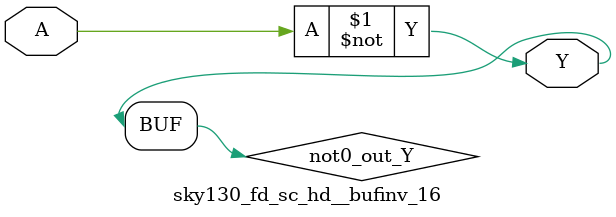
<source format=v>
/*
 * Copyright 2020 The SkyWater PDK Authors
 *
 * Licensed under the Apache License, Version 2.0 (the "License");
 * you may not use this file except in compliance with the License.
 * You may obtain a copy of the License at
 *
 *     https://www.apache.org/licenses/LICENSE-2.0
 *
 * Unless required by applicable law or agreed to in writing, software
 * distributed under the License is distributed on an "AS IS" BASIS,
 * WITHOUT WARRANTIES OR CONDITIONS OF ANY KIND, either express or implied.
 * See the License for the specific language governing permissions and
 * limitations under the License.
 *
 * SPDX-License-Identifier: Apache-2.0
*/


`ifndef SKY130_FD_SC_HD__BUFINV_16_FUNCTIONAL_V
`define SKY130_FD_SC_HD__BUFINV_16_FUNCTIONAL_V

/**
 * bufinv: Buffer followed by inverter.
 *
 * Verilog simulation functional model.
 */

`timescale 1ns / 1ps
`default_nettype none

`celldefine
module sky130_fd_sc_hd__bufinv_16 (
    Y,
    A
);

    // Module ports
    output Y;
    input  A;

    // Local signals
    wire not0_out_Y;

    //  Name  Output      Other arguments
    not not0 (not0_out_Y, A              );
    buf buf0 (Y         , not0_out_Y     );

endmodule
`endcelldefine

`default_nettype wire
`endif  // SKY130_FD_SC_HD__BUFINV_16_FUNCTIONAL_V

</source>
